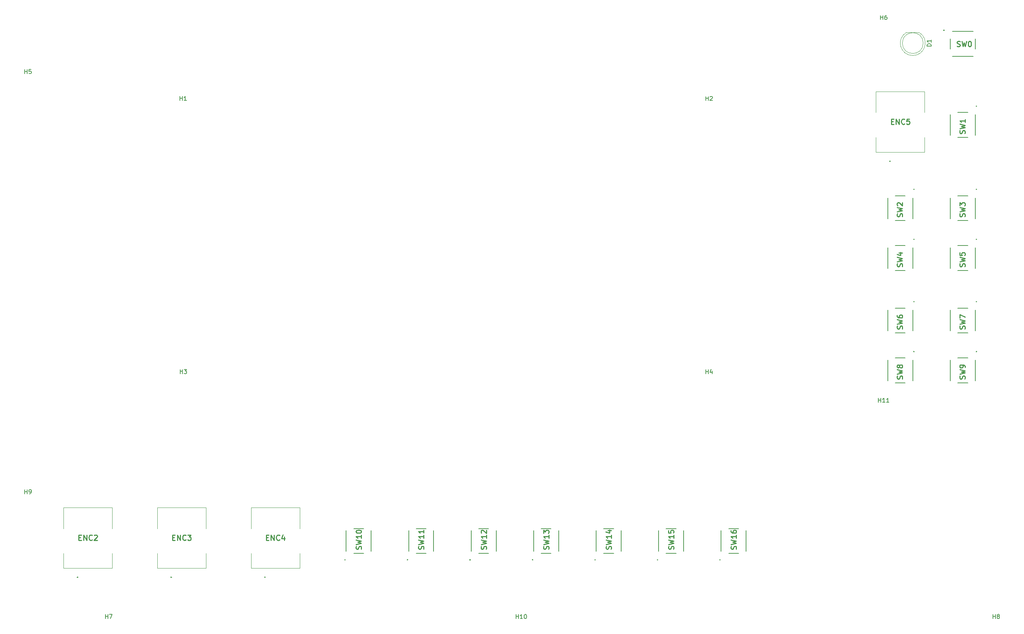
<source format=gbr>
%TF.GenerationSoftware,KiCad,Pcbnew,(5.1.6)-1*%
%TF.CreationDate,2021-02-24T01:11:11+01:00*%
%TF.ProjectId,pihpsdr Controller,70696870-7364-4722-9043-6f6e74726f6c,rev?*%
%TF.SameCoordinates,Original*%
%TF.FileFunction,Legend,Top*%
%TF.FilePolarity,Positive*%
%FSLAX46Y46*%
G04 Gerber Fmt 4.6, Leading zero omitted, Abs format (unit mm)*
G04 Created by KiCad (PCBNEW (5.1.6)-1) date 2021-02-24 01:11:11*
%MOMM*%
%LPD*%
G01*
G04 APERTURE LIST*
%ADD10C,0.200000*%
%ADD11C,0.100000*%
%ADD12C,0.120000*%
%ADD13C,0.254000*%
%ADD14C,0.150000*%
G04 APERTURE END LIST*
D10*
%TO.C,SW16*%
X196829880Y-146527000D02*
G75*
G03*
X196829880Y-146527000I-102880J0D01*
G01*
X201200000Y-145000000D02*
X198800000Y-145000000D01*
X201200000Y-139000000D02*
X198800000Y-139000000D01*
X197000000Y-139500000D02*
X197000000Y-144500000D01*
X203000000Y-139500000D02*
X203000000Y-144500000D01*
%TO.C,SW15*%
X181829880Y-146527000D02*
G75*
G03*
X181829880Y-146527000I-102880J0D01*
G01*
X186200000Y-145000000D02*
X183800000Y-145000000D01*
X186200000Y-139000000D02*
X183800000Y-139000000D01*
X182000000Y-139500000D02*
X182000000Y-144500000D01*
X188000000Y-139500000D02*
X188000000Y-144500000D01*
%TO.C,SW14*%
X166829880Y-146527000D02*
G75*
G03*
X166829880Y-146527000I-102880J0D01*
G01*
X171200000Y-145000000D02*
X168800000Y-145000000D01*
X171200000Y-139000000D02*
X168800000Y-139000000D01*
X167000000Y-139500000D02*
X167000000Y-144500000D01*
X173000000Y-139500000D02*
X173000000Y-144500000D01*
%TO.C,SW13*%
X151829880Y-146527000D02*
G75*
G03*
X151829880Y-146527000I-102880J0D01*
G01*
X156200000Y-145000000D02*
X153800000Y-145000000D01*
X156200000Y-139000000D02*
X153800000Y-139000000D01*
X152000000Y-139500000D02*
X152000000Y-144500000D01*
X158000000Y-139500000D02*
X158000000Y-144500000D01*
%TO.C,SW12*%
X136829880Y-146527000D02*
G75*
G03*
X136829880Y-146527000I-102880J0D01*
G01*
X141200000Y-145000000D02*
X138800000Y-145000000D01*
X141200000Y-139000000D02*
X138800000Y-139000000D01*
X137000000Y-139500000D02*
X137000000Y-144500000D01*
X143000000Y-139500000D02*
X143000000Y-144500000D01*
%TO.C,SW11*%
X121829880Y-146527000D02*
G75*
G03*
X121829880Y-146527000I-102880J0D01*
G01*
X126200000Y-145000000D02*
X123800000Y-145000000D01*
X126200000Y-139000000D02*
X123800000Y-139000000D01*
X122000000Y-139500000D02*
X122000000Y-144500000D01*
X128000000Y-139500000D02*
X128000000Y-144500000D01*
%TO.C,SW10*%
X106829880Y-146527000D02*
G75*
G03*
X106829880Y-146527000I-102880J0D01*
G01*
X111200000Y-145000000D02*
X108800000Y-145000000D01*
X111200000Y-139000000D02*
X108800000Y-139000000D01*
X107000000Y-139500000D02*
X107000000Y-144500000D01*
X113000000Y-139500000D02*
X113000000Y-144500000D01*
%TO.C,SW9*%
X258375880Y-96473000D02*
G75*
G03*
X258375880Y-96473000I-102880J0D01*
G01*
X253800000Y-98000000D02*
X256200000Y-98000000D01*
X253800000Y-104000000D02*
X256200000Y-104000000D01*
X258000000Y-103500000D02*
X258000000Y-98500000D01*
X252000000Y-103500000D02*
X252000000Y-98500000D01*
%TO.C,SW8*%
X243375880Y-96473000D02*
G75*
G03*
X243375880Y-96473000I-102880J0D01*
G01*
X238800000Y-98000000D02*
X241200000Y-98000000D01*
X238800000Y-104000000D02*
X241200000Y-104000000D01*
X243000000Y-103500000D02*
X243000000Y-98500000D01*
X237000000Y-103500000D02*
X237000000Y-98500000D01*
%TO.C,SW7*%
X258375880Y-84473000D02*
G75*
G03*
X258375880Y-84473000I-102880J0D01*
G01*
X253800000Y-86000000D02*
X256200000Y-86000000D01*
X253800000Y-92000000D02*
X256200000Y-92000000D01*
X258000000Y-91500000D02*
X258000000Y-86500000D01*
X252000000Y-91500000D02*
X252000000Y-86500000D01*
%TO.C,SW6*%
X243375880Y-84473000D02*
G75*
G03*
X243375880Y-84473000I-102880J0D01*
G01*
X238800000Y-86000000D02*
X241200000Y-86000000D01*
X238800000Y-92000000D02*
X241200000Y-92000000D01*
X243000000Y-91500000D02*
X243000000Y-86500000D01*
X237000000Y-91500000D02*
X237000000Y-86500000D01*
%TO.C,SW5*%
X258375880Y-69473000D02*
G75*
G03*
X258375880Y-69473000I-102880J0D01*
G01*
X253800000Y-71000000D02*
X256200000Y-71000000D01*
X253800000Y-77000000D02*
X256200000Y-77000000D01*
X258000000Y-76500000D02*
X258000000Y-71500000D01*
X252000000Y-76500000D02*
X252000000Y-71500000D01*
%TO.C,SW4*%
X243375880Y-69473000D02*
G75*
G03*
X243375880Y-69473000I-102880J0D01*
G01*
X238800000Y-71000000D02*
X241200000Y-71000000D01*
X238800000Y-77000000D02*
X241200000Y-77000000D01*
X243000000Y-76500000D02*
X243000000Y-71500000D01*
X237000000Y-76500000D02*
X237000000Y-71500000D01*
%TO.C,SW3*%
X258375880Y-57473000D02*
G75*
G03*
X258375880Y-57473000I-102880J0D01*
G01*
X253800000Y-59000000D02*
X256200000Y-59000000D01*
X253800000Y-65000000D02*
X256200000Y-65000000D01*
X258000000Y-64500000D02*
X258000000Y-59500000D01*
X252000000Y-64500000D02*
X252000000Y-59500000D01*
%TO.C,SW2*%
X243375880Y-57473000D02*
G75*
G03*
X243375880Y-57473000I-102880J0D01*
G01*
X238800000Y-59000000D02*
X241200000Y-59000000D01*
X238800000Y-65000000D02*
X241200000Y-65000000D01*
X243000000Y-64500000D02*
X243000000Y-59500000D01*
X237000000Y-64500000D02*
X237000000Y-59500000D01*
%TO.C,SW1*%
X258375880Y-37473000D02*
G75*
G03*
X258375880Y-37473000I-102880J0D01*
G01*
X253800000Y-39000000D02*
X256200000Y-39000000D01*
X253800000Y-45000000D02*
X256200000Y-45000000D01*
X258000000Y-44500000D02*
X258000000Y-39500000D01*
X252000000Y-44500000D02*
X252000000Y-39500000D01*
%TO.C,SW0*%
X250575880Y-19227000D02*
G75*
G03*
X250575880Y-19227000I-102880J0D01*
G01*
X252000000Y-23700000D02*
X252000000Y-21300000D01*
X258000000Y-23700000D02*
X258000000Y-21300000D01*
X257500000Y-19500000D02*
X252500000Y-19500000D01*
X257500000Y-25500000D02*
X252500000Y-25500000D01*
D11*
%TO.C,ENC5*%
X234150000Y-45000000D02*
X234150000Y-48500000D01*
X234150000Y-48500000D02*
X245850000Y-48500000D01*
X245850000Y-48500000D02*
X245850000Y-45000000D01*
X234150000Y-39000000D02*
X234150000Y-34000000D01*
X234150000Y-34000000D02*
X245850000Y-34000000D01*
X245850000Y-34000000D02*
X245850000Y-39000000D01*
D10*
X237400000Y-50700000D02*
X237400000Y-50700000D01*
X237600000Y-50700000D02*
X237600000Y-50700000D01*
X237400000Y-50700000D02*
G75*
G02*
X237600000Y-50700000I100000J0D01*
G01*
X237600000Y-50700000D02*
G75*
G02*
X237400000Y-50700000I-100000J0D01*
G01*
D11*
%TO.C,ENC4*%
X84150000Y-145000000D02*
X84150000Y-148500000D01*
X84150000Y-148500000D02*
X95850000Y-148500000D01*
X95850000Y-148500000D02*
X95850000Y-145000000D01*
X84150000Y-139000000D02*
X84150000Y-134000000D01*
X84150000Y-134000000D02*
X95850000Y-134000000D01*
X95850000Y-134000000D02*
X95850000Y-139000000D01*
D10*
X87400000Y-150700000D02*
X87400000Y-150700000D01*
X87600000Y-150700000D02*
X87600000Y-150700000D01*
X87400000Y-150700000D02*
G75*
G02*
X87600000Y-150700000I100000J0D01*
G01*
X87600000Y-150700000D02*
G75*
G02*
X87400000Y-150700000I-100000J0D01*
G01*
D11*
%TO.C,ENC3*%
X61650000Y-145000000D02*
X61650000Y-148500000D01*
X61650000Y-148500000D02*
X73350000Y-148500000D01*
X73350000Y-148500000D02*
X73350000Y-145000000D01*
X61650000Y-139000000D02*
X61650000Y-134000000D01*
X61650000Y-134000000D02*
X73350000Y-134000000D01*
X73350000Y-134000000D02*
X73350000Y-139000000D01*
D10*
X64900000Y-150700000D02*
X64900000Y-150700000D01*
X65100000Y-150700000D02*
X65100000Y-150700000D01*
X64900000Y-150700000D02*
G75*
G02*
X65100000Y-150700000I100000J0D01*
G01*
X65100000Y-150700000D02*
G75*
G02*
X64900000Y-150700000I-100000J0D01*
G01*
D11*
%TO.C,ENC2*%
X39150000Y-145000000D02*
X39150000Y-148500000D01*
X39150000Y-148500000D02*
X50850000Y-148500000D01*
X50850000Y-148500000D02*
X50850000Y-145000000D01*
X39150000Y-139000000D02*
X39150000Y-134000000D01*
X39150000Y-134000000D02*
X50850000Y-134000000D01*
X50850000Y-134000000D02*
X50850000Y-139000000D01*
D10*
X42400000Y-150700000D02*
X42400000Y-150700000D01*
X42600000Y-150700000D02*
X42600000Y-150700000D01*
X42400000Y-150700000D02*
G75*
G02*
X42600000Y-150700000I100000J0D01*
G01*
X42600000Y-150700000D02*
G75*
G02*
X42400000Y-150700000I-100000J0D01*
G01*
D12*
%TO.C,D1*%
X245500000Y-22315000D02*
G75*
G03*
X245500000Y-22315000I-2500000J0D01*
G01*
X244545000Y-19755000D02*
X241455000Y-19755000D01*
X243000462Y-25305000D02*
G75*
G02*
X241455170Y-19755000I-462J2990000D01*
G01*
X242999538Y-25305000D02*
G75*
G03*
X244544830Y-19755000I462J2990000D01*
G01*
%TO.C,SW16*%
D13*
X200569047Y-143968095D02*
X200629523Y-143786666D01*
X200629523Y-143484285D01*
X200569047Y-143363333D01*
X200508571Y-143302857D01*
X200387619Y-143242380D01*
X200266666Y-143242380D01*
X200145714Y-143302857D01*
X200085238Y-143363333D01*
X200024761Y-143484285D01*
X199964285Y-143726190D01*
X199903809Y-143847142D01*
X199843333Y-143907619D01*
X199722380Y-143968095D01*
X199601428Y-143968095D01*
X199480476Y-143907619D01*
X199420000Y-143847142D01*
X199359523Y-143726190D01*
X199359523Y-143423809D01*
X199420000Y-143242380D01*
X199359523Y-142819047D02*
X200629523Y-142516666D01*
X199722380Y-142274761D01*
X200629523Y-142032857D01*
X199359523Y-141730476D01*
X200629523Y-140581428D02*
X200629523Y-141307142D01*
X200629523Y-140944285D02*
X199359523Y-140944285D01*
X199540952Y-141065238D01*
X199661904Y-141186190D01*
X199722380Y-141307142D01*
X199359523Y-139492857D02*
X199359523Y-139734761D01*
X199420000Y-139855714D01*
X199480476Y-139916190D01*
X199661904Y-140037142D01*
X199903809Y-140097619D01*
X200387619Y-140097619D01*
X200508571Y-140037142D01*
X200569047Y-139976666D01*
X200629523Y-139855714D01*
X200629523Y-139613809D01*
X200569047Y-139492857D01*
X200508571Y-139432380D01*
X200387619Y-139371904D01*
X200085238Y-139371904D01*
X199964285Y-139432380D01*
X199903809Y-139492857D01*
X199843333Y-139613809D01*
X199843333Y-139855714D01*
X199903809Y-139976666D01*
X199964285Y-140037142D01*
X200085238Y-140097619D01*
%TO.C,SW15*%
X185569047Y-143968095D02*
X185629523Y-143786666D01*
X185629523Y-143484285D01*
X185569047Y-143363333D01*
X185508571Y-143302857D01*
X185387619Y-143242380D01*
X185266666Y-143242380D01*
X185145714Y-143302857D01*
X185085238Y-143363333D01*
X185024761Y-143484285D01*
X184964285Y-143726190D01*
X184903809Y-143847142D01*
X184843333Y-143907619D01*
X184722380Y-143968095D01*
X184601428Y-143968095D01*
X184480476Y-143907619D01*
X184420000Y-143847142D01*
X184359523Y-143726190D01*
X184359523Y-143423809D01*
X184420000Y-143242380D01*
X184359523Y-142819047D02*
X185629523Y-142516666D01*
X184722380Y-142274761D01*
X185629523Y-142032857D01*
X184359523Y-141730476D01*
X185629523Y-140581428D02*
X185629523Y-141307142D01*
X185629523Y-140944285D02*
X184359523Y-140944285D01*
X184540952Y-141065238D01*
X184661904Y-141186190D01*
X184722380Y-141307142D01*
X184359523Y-139432380D02*
X184359523Y-140037142D01*
X184964285Y-140097619D01*
X184903809Y-140037142D01*
X184843333Y-139916190D01*
X184843333Y-139613809D01*
X184903809Y-139492857D01*
X184964285Y-139432380D01*
X185085238Y-139371904D01*
X185387619Y-139371904D01*
X185508571Y-139432380D01*
X185569047Y-139492857D01*
X185629523Y-139613809D01*
X185629523Y-139916190D01*
X185569047Y-140037142D01*
X185508571Y-140097619D01*
%TO.C,SW14*%
X170569047Y-143968095D02*
X170629523Y-143786666D01*
X170629523Y-143484285D01*
X170569047Y-143363333D01*
X170508571Y-143302857D01*
X170387619Y-143242380D01*
X170266666Y-143242380D01*
X170145714Y-143302857D01*
X170085238Y-143363333D01*
X170024761Y-143484285D01*
X169964285Y-143726190D01*
X169903809Y-143847142D01*
X169843333Y-143907619D01*
X169722380Y-143968095D01*
X169601428Y-143968095D01*
X169480476Y-143907619D01*
X169420000Y-143847142D01*
X169359523Y-143726190D01*
X169359523Y-143423809D01*
X169420000Y-143242380D01*
X169359523Y-142819047D02*
X170629523Y-142516666D01*
X169722380Y-142274761D01*
X170629523Y-142032857D01*
X169359523Y-141730476D01*
X170629523Y-140581428D02*
X170629523Y-141307142D01*
X170629523Y-140944285D02*
X169359523Y-140944285D01*
X169540952Y-141065238D01*
X169661904Y-141186190D01*
X169722380Y-141307142D01*
X169782857Y-139492857D02*
X170629523Y-139492857D01*
X169299047Y-139795238D02*
X170206190Y-140097619D01*
X170206190Y-139311428D01*
%TO.C,SW13*%
X155569047Y-143968095D02*
X155629523Y-143786666D01*
X155629523Y-143484285D01*
X155569047Y-143363333D01*
X155508571Y-143302857D01*
X155387619Y-143242380D01*
X155266666Y-143242380D01*
X155145714Y-143302857D01*
X155085238Y-143363333D01*
X155024761Y-143484285D01*
X154964285Y-143726190D01*
X154903809Y-143847142D01*
X154843333Y-143907619D01*
X154722380Y-143968095D01*
X154601428Y-143968095D01*
X154480476Y-143907619D01*
X154420000Y-143847142D01*
X154359523Y-143726190D01*
X154359523Y-143423809D01*
X154420000Y-143242380D01*
X154359523Y-142819047D02*
X155629523Y-142516666D01*
X154722380Y-142274761D01*
X155629523Y-142032857D01*
X154359523Y-141730476D01*
X155629523Y-140581428D02*
X155629523Y-141307142D01*
X155629523Y-140944285D02*
X154359523Y-140944285D01*
X154540952Y-141065238D01*
X154661904Y-141186190D01*
X154722380Y-141307142D01*
X154359523Y-140158095D02*
X154359523Y-139371904D01*
X154843333Y-139795238D01*
X154843333Y-139613809D01*
X154903809Y-139492857D01*
X154964285Y-139432380D01*
X155085238Y-139371904D01*
X155387619Y-139371904D01*
X155508571Y-139432380D01*
X155569047Y-139492857D01*
X155629523Y-139613809D01*
X155629523Y-139976666D01*
X155569047Y-140097619D01*
X155508571Y-140158095D01*
%TO.C,SW12*%
X140569047Y-143968095D02*
X140629523Y-143786666D01*
X140629523Y-143484285D01*
X140569047Y-143363333D01*
X140508571Y-143302857D01*
X140387619Y-143242380D01*
X140266666Y-143242380D01*
X140145714Y-143302857D01*
X140085238Y-143363333D01*
X140024761Y-143484285D01*
X139964285Y-143726190D01*
X139903809Y-143847142D01*
X139843333Y-143907619D01*
X139722380Y-143968095D01*
X139601428Y-143968095D01*
X139480476Y-143907619D01*
X139420000Y-143847142D01*
X139359523Y-143726190D01*
X139359523Y-143423809D01*
X139420000Y-143242380D01*
X139359523Y-142819047D02*
X140629523Y-142516666D01*
X139722380Y-142274761D01*
X140629523Y-142032857D01*
X139359523Y-141730476D01*
X140629523Y-140581428D02*
X140629523Y-141307142D01*
X140629523Y-140944285D02*
X139359523Y-140944285D01*
X139540952Y-141065238D01*
X139661904Y-141186190D01*
X139722380Y-141307142D01*
X139480476Y-140097619D02*
X139420000Y-140037142D01*
X139359523Y-139916190D01*
X139359523Y-139613809D01*
X139420000Y-139492857D01*
X139480476Y-139432380D01*
X139601428Y-139371904D01*
X139722380Y-139371904D01*
X139903809Y-139432380D01*
X140629523Y-140158095D01*
X140629523Y-139371904D01*
%TO.C,SW11*%
X125569047Y-143968095D02*
X125629523Y-143786666D01*
X125629523Y-143484285D01*
X125569047Y-143363333D01*
X125508571Y-143302857D01*
X125387619Y-143242380D01*
X125266666Y-143242380D01*
X125145714Y-143302857D01*
X125085238Y-143363333D01*
X125024761Y-143484285D01*
X124964285Y-143726190D01*
X124903809Y-143847142D01*
X124843333Y-143907619D01*
X124722380Y-143968095D01*
X124601428Y-143968095D01*
X124480476Y-143907619D01*
X124420000Y-143847142D01*
X124359523Y-143726190D01*
X124359523Y-143423809D01*
X124420000Y-143242380D01*
X124359523Y-142819047D02*
X125629523Y-142516666D01*
X124722380Y-142274761D01*
X125629523Y-142032857D01*
X124359523Y-141730476D01*
X125629523Y-140581428D02*
X125629523Y-141307142D01*
X125629523Y-140944285D02*
X124359523Y-140944285D01*
X124540952Y-141065238D01*
X124661904Y-141186190D01*
X124722380Y-141307142D01*
X125629523Y-139371904D02*
X125629523Y-140097619D01*
X125629523Y-139734761D02*
X124359523Y-139734761D01*
X124540952Y-139855714D01*
X124661904Y-139976666D01*
X124722380Y-140097619D01*
%TO.C,SW10*%
X110569047Y-143968095D02*
X110629523Y-143786666D01*
X110629523Y-143484285D01*
X110569047Y-143363333D01*
X110508571Y-143302857D01*
X110387619Y-143242380D01*
X110266666Y-143242380D01*
X110145714Y-143302857D01*
X110085238Y-143363333D01*
X110024761Y-143484285D01*
X109964285Y-143726190D01*
X109903809Y-143847142D01*
X109843333Y-143907619D01*
X109722380Y-143968095D01*
X109601428Y-143968095D01*
X109480476Y-143907619D01*
X109420000Y-143847142D01*
X109359523Y-143726190D01*
X109359523Y-143423809D01*
X109420000Y-143242380D01*
X109359523Y-142819047D02*
X110629523Y-142516666D01*
X109722380Y-142274761D01*
X110629523Y-142032857D01*
X109359523Y-141730476D01*
X110629523Y-140581428D02*
X110629523Y-141307142D01*
X110629523Y-140944285D02*
X109359523Y-140944285D01*
X109540952Y-141065238D01*
X109661904Y-141186190D01*
X109722380Y-141307142D01*
X109359523Y-139795238D02*
X109359523Y-139674285D01*
X109420000Y-139553333D01*
X109480476Y-139492857D01*
X109601428Y-139432380D01*
X109843333Y-139371904D01*
X110145714Y-139371904D01*
X110387619Y-139432380D01*
X110508571Y-139492857D01*
X110569047Y-139553333D01*
X110629523Y-139674285D01*
X110629523Y-139795238D01*
X110569047Y-139916190D01*
X110508571Y-139976666D01*
X110387619Y-140037142D01*
X110145714Y-140097619D01*
X109843333Y-140097619D01*
X109601428Y-140037142D01*
X109480476Y-139976666D01*
X109420000Y-139916190D01*
X109359523Y-139795238D01*
%TO.C,SW9*%
X255459047Y-103023333D02*
X255519523Y-102841904D01*
X255519523Y-102539523D01*
X255459047Y-102418571D01*
X255398571Y-102358095D01*
X255277619Y-102297619D01*
X255156666Y-102297619D01*
X255035714Y-102358095D01*
X254975238Y-102418571D01*
X254914761Y-102539523D01*
X254854285Y-102781428D01*
X254793809Y-102902380D01*
X254733333Y-102962857D01*
X254612380Y-103023333D01*
X254491428Y-103023333D01*
X254370476Y-102962857D01*
X254310000Y-102902380D01*
X254249523Y-102781428D01*
X254249523Y-102479047D01*
X254310000Y-102297619D01*
X254249523Y-101874285D02*
X255519523Y-101571904D01*
X254612380Y-101330000D01*
X255519523Y-101088095D01*
X254249523Y-100785714D01*
X255519523Y-100241428D02*
X255519523Y-99999523D01*
X255459047Y-99878571D01*
X255398571Y-99818095D01*
X255217142Y-99697142D01*
X254975238Y-99636666D01*
X254491428Y-99636666D01*
X254370476Y-99697142D01*
X254310000Y-99757619D01*
X254249523Y-99878571D01*
X254249523Y-100120476D01*
X254310000Y-100241428D01*
X254370476Y-100301904D01*
X254491428Y-100362380D01*
X254793809Y-100362380D01*
X254914761Y-100301904D01*
X254975238Y-100241428D01*
X255035714Y-100120476D01*
X255035714Y-99878571D01*
X254975238Y-99757619D01*
X254914761Y-99697142D01*
X254793809Y-99636666D01*
%TO.C,SW8*%
X240459047Y-103023333D02*
X240519523Y-102841904D01*
X240519523Y-102539523D01*
X240459047Y-102418571D01*
X240398571Y-102358095D01*
X240277619Y-102297619D01*
X240156666Y-102297619D01*
X240035714Y-102358095D01*
X239975238Y-102418571D01*
X239914761Y-102539523D01*
X239854285Y-102781428D01*
X239793809Y-102902380D01*
X239733333Y-102962857D01*
X239612380Y-103023333D01*
X239491428Y-103023333D01*
X239370476Y-102962857D01*
X239310000Y-102902380D01*
X239249523Y-102781428D01*
X239249523Y-102479047D01*
X239310000Y-102297619D01*
X239249523Y-101874285D02*
X240519523Y-101571904D01*
X239612380Y-101330000D01*
X240519523Y-101088095D01*
X239249523Y-100785714D01*
X239793809Y-100120476D02*
X239733333Y-100241428D01*
X239672857Y-100301904D01*
X239551904Y-100362380D01*
X239491428Y-100362380D01*
X239370476Y-100301904D01*
X239310000Y-100241428D01*
X239249523Y-100120476D01*
X239249523Y-99878571D01*
X239310000Y-99757619D01*
X239370476Y-99697142D01*
X239491428Y-99636666D01*
X239551904Y-99636666D01*
X239672857Y-99697142D01*
X239733333Y-99757619D01*
X239793809Y-99878571D01*
X239793809Y-100120476D01*
X239854285Y-100241428D01*
X239914761Y-100301904D01*
X240035714Y-100362380D01*
X240277619Y-100362380D01*
X240398571Y-100301904D01*
X240459047Y-100241428D01*
X240519523Y-100120476D01*
X240519523Y-99878571D01*
X240459047Y-99757619D01*
X240398571Y-99697142D01*
X240277619Y-99636666D01*
X240035714Y-99636666D01*
X239914761Y-99697142D01*
X239854285Y-99757619D01*
X239793809Y-99878571D01*
%TO.C,SW7*%
X255459047Y-91023333D02*
X255519523Y-90841904D01*
X255519523Y-90539523D01*
X255459047Y-90418571D01*
X255398571Y-90358095D01*
X255277619Y-90297619D01*
X255156666Y-90297619D01*
X255035714Y-90358095D01*
X254975238Y-90418571D01*
X254914761Y-90539523D01*
X254854285Y-90781428D01*
X254793809Y-90902380D01*
X254733333Y-90962857D01*
X254612380Y-91023333D01*
X254491428Y-91023333D01*
X254370476Y-90962857D01*
X254310000Y-90902380D01*
X254249523Y-90781428D01*
X254249523Y-90479047D01*
X254310000Y-90297619D01*
X254249523Y-89874285D02*
X255519523Y-89571904D01*
X254612380Y-89330000D01*
X255519523Y-89088095D01*
X254249523Y-88785714D01*
X254249523Y-88422857D02*
X254249523Y-87576190D01*
X255519523Y-88120476D01*
%TO.C,SW6*%
X240459047Y-91023333D02*
X240519523Y-90841904D01*
X240519523Y-90539523D01*
X240459047Y-90418571D01*
X240398571Y-90358095D01*
X240277619Y-90297619D01*
X240156666Y-90297619D01*
X240035714Y-90358095D01*
X239975238Y-90418571D01*
X239914761Y-90539523D01*
X239854285Y-90781428D01*
X239793809Y-90902380D01*
X239733333Y-90962857D01*
X239612380Y-91023333D01*
X239491428Y-91023333D01*
X239370476Y-90962857D01*
X239310000Y-90902380D01*
X239249523Y-90781428D01*
X239249523Y-90479047D01*
X239310000Y-90297619D01*
X239249523Y-89874285D02*
X240519523Y-89571904D01*
X239612380Y-89330000D01*
X240519523Y-89088095D01*
X239249523Y-88785714D01*
X239249523Y-87757619D02*
X239249523Y-87999523D01*
X239310000Y-88120476D01*
X239370476Y-88180952D01*
X239551904Y-88301904D01*
X239793809Y-88362380D01*
X240277619Y-88362380D01*
X240398571Y-88301904D01*
X240459047Y-88241428D01*
X240519523Y-88120476D01*
X240519523Y-87878571D01*
X240459047Y-87757619D01*
X240398571Y-87697142D01*
X240277619Y-87636666D01*
X239975238Y-87636666D01*
X239854285Y-87697142D01*
X239793809Y-87757619D01*
X239733333Y-87878571D01*
X239733333Y-88120476D01*
X239793809Y-88241428D01*
X239854285Y-88301904D01*
X239975238Y-88362380D01*
%TO.C,SW5*%
X255459047Y-76023333D02*
X255519523Y-75841904D01*
X255519523Y-75539523D01*
X255459047Y-75418571D01*
X255398571Y-75358095D01*
X255277619Y-75297619D01*
X255156666Y-75297619D01*
X255035714Y-75358095D01*
X254975238Y-75418571D01*
X254914761Y-75539523D01*
X254854285Y-75781428D01*
X254793809Y-75902380D01*
X254733333Y-75962857D01*
X254612380Y-76023333D01*
X254491428Y-76023333D01*
X254370476Y-75962857D01*
X254310000Y-75902380D01*
X254249523Y-75781428D01*
X254249523Y-75479047D01*
X254310000Y-75297619D01*
X254249523Y-74874285D02*
X255519523Y-74571904D01*
X254612380Y-74330000D01*
X255519523Y-74088095D01*
X254249523Y-73785714D01*
X254249523Y-72697142D02*
X254249523Y-73301904D01*
X254854285Y-73362380D01*
X254793809Y-73301904D01*
X254733333Y-73180952D01*
X254733333Y-72878571D01*
X254793809Y-72757619D01*
X254854285Y-72697142D01*
X254975238Y-72636666D01*
X255277619Y-72636666D01*
X255398571Y-72697142D01*
X255459047Y-72757619D01*
X255519523Y-72878571D01*
X255519523Y-73180952D01*
X255459047Y-73301904D01*
X255398571Y-73362380D01*
%TO.C,SW4*%
X240459047Y-76023333D02*
X240519523Y-75841904D01*
X240519523Y-75539523D01*
X240459047Y-75418571D01*
X240398571Y-75358095D01*
X240277619Y-75297619D01*
X240156666Y-75297619D01*
X240035714Y-75358095D01*
X239975238Y-75418571D01*
X239914761Y-75539523D01*
X239854285Y-75781428D01*
X239793809Y-75902380D01*
X239733333Y-75962857D01*
X239612380Y-76023333D01*
X239491428Y-76023333D01*
X239370476Y-75962857D01*
X239310000Y-75902380D01*
X239249523Y-75781428D01*
X239249523Y-75479047D01*
X239310000Y-75297619D01*
X239249523Y-74874285D02*
X240519523Y-74571904D01*
X239612380Y-74330000D01*
X240519523Y-74088095D01*
X239249523Y-73785714D01*
X239672857Y-72757619D02*
X240519523Y-72757619D01*
X239189047Y-73060000D02*
X240096190Y-73362380D01*
X240096190Y-72576190D01*
%TO.C,SW3*%
X255459047Y-64023333D02*
X255519523Y-63841904D01*
X255519523Y-63539523D01*
X255459047Y-63418571D01*
X255398571Y-63358095D01*
X255277619Y-63297619D01*
X255156666Y-63297619D01*
X255035714Y-63358095D01*
X254975238Y-63418571D01*
X254914761Y-63539523D01*
X254854285Y-63781428D01*
X254793809Y-63902380D01*
X254733333Y-63962857D01*
X254612380Y-64023333D01*
X254491428Y-64023333D01*
X254370476Y-63962857D01*
X254310000Y-63902380D01*
X254249523Y-63781428D01*
X254249523Y-63479047D01*
X254310000Y-63297619D01*
X254249523Y-62874285D02*
X255519523Y-62571904D01*
X254612380Y-62330000D01*
X255519523Y-62088095D01*
X254249523Y-61785714D01*
X254249523Y-61422857D02*
X254249523Y-60636666D01*
X254733333Y-61060000D01*
X254733333Y-60878571D01*
X254793809Y-60757619D01*
X254854285Y-60697142D01*
X254975238Y-60636666D01*
X255277619Y-60636666D01*
X255398571Y-60697142D01*
X255459047Y-60757619D01*
X255519523Y-60878571D01*
X255519523Y-61241428D01*
X255459047Y-61362380D01*
X255398571Y-61422857D01*
%TO.C,SW2*%
X240459047Y-64023333D02*
X240519523Y-63841904D01*
X240519523Y-63539523D01*
X240459047Y-63418571D01*
X240398571Y-63358095D01*
X240277619Y-63297619D01*
X240156666Y-63297619D01*
X240035714Y-63358095D01*
X239975238Y-63418571D01*
X239914761Y-63539523D01*
X239854285Y-63781428D01*
X239793809Y-63902380D01*
X239733333Y-63962857D01*
X239612380Y-64023333D01*
X239491428Y-64023333D01*
X239370476Y-63962857D01*
X239310000Y-63902380D01*
X239249523Y-63781428D01*
X239249523Y-63479047D01*
X239310000Y-63297619D01*
X239249523Y-62874285D02*
X240519523Y-62571904D01*
X239612380Y-62330000D01*
X240519523Y-62088095D01*
X239249523Y-61785714D01*
X239370476Y-61362380D02*
X239310000Y-61301904D01*
X239249523Y-61180952D01*
X239249523Y-60878571D01*
X239310000Y-60757619D01*
X239370476Y-60697142D01*
X239491428Y-60636666D01*
X239612380Y-60636666D01*
X239793809Y-60697142D01*
X240519523Y-61422857D01*
X240519523Y-60636666D01*
%TO.C,SW1*%
X255459047Y-44023333D02*
X255519523Y-43841904D01*
X255519523Y-43539523D01*
X255459047Y-43418571D01*
X255398571Y-43358095D01*
X255277619Y-43297619D01*
X255156666Y-43297619D01*
X255035714Y-43358095D01*
X254975238Y-43418571D01*
X254914761Y-43539523D01*
X254854285Y-43781428D01*
X254793809Y-43902380D01*
X254733333Y-43962857D01*
X254612380Y-44023333D01*
X254491428Y-44023333D01*
X254370476Y-43962857D01*
X254310000Y-43902380D01*
X254249523Y-43781428D01*
X254249523Y-43479047D01*
X254310000Y-43297619D01*
X254249523Y-42874285D02*
X255519523Y-42571904D01*
X254612380Y-42330000D01*
X255519523Y-42088095D01*
X254249523Y-41785714D01*
X255519523Y-40636666D02*
X255519523Y-41362380D01*
X255519523Y-40999523D02*
X254249523Y-40999523D01*
X254430952Y-41120476D01*
X254551904Y-41241428D01*
X254612380Y-41362380D01*
%TO.C,SW0*%
X253636666Y-23069047D02*
X253818095Y-23129523D01*
X254120476Y-23129523D01*
X254241428Y-23069047D01*
X254301904Y-23008571D01*
X254362380Y-22887619D01*
X254362380Y-22766666D01*
X254301904Y-22645714D01*
X254241428Y-22585238D01*
X254120476Y-22524761D01*
X253878571Y-22464285D01*
X253757619Y-22403809D01*
X253697142Y-22343333D01*
X253636666Y-22222380D01*
X253636666Y-22101428D01*
X253697142Y-21980476D01*
X253757619Y-21920000D01*
X253878571Y-21859523D01*
X254180952Y-21859523D01*
X254362380Y-21920000D01*
X254785714Y-21859523D02*
X255088095Y-23129523D01*
X255330000Y-22222380D01*
X255571904Y-23129523D01*
X255874285Y-21859523D01*
X256600000Y-21859523D02*
X256720952Y-21859523D01*
X256841904Y-21920000D01*
X256902380Y-21980476D01*
X256962857Y-22101428D01*
X257023333Y-22343333D01*
X257023333Y-22645714D01*
X256962857Y-22887619D01*
X256902380Y-23008571D01*
X256841904Y-23069047D01*
X256720952Y-23129523D01*
X256600000Y-23129523D01*
X256479047Y-23069047D01*
X256418571Y-23008571D01*
X256358095Y-22887619D01*
X256297619Y-22645714D01*
X256297619Y-22343333D01*
X256358095Y-22101428D01*
X256418571Y-21980476D01*
X256479047Y-21920000D01*
X256600000Y-21859523D01*
%TO.C,ENC5*%
X237822857Y-41147285D02*
X238246190Y-41147285D01*
X238427619Y-41812523D02*
X237822857Y-41812523D01*
X237822857Y-40542523D01*
X238427619Y-40542523D01*
X238971904Y-41812523D02*
X238971904Y-40542523D01*
X239697619Y-41812523D01*
X239697619Y-40542523D01*
X241028095Y-41691571D02*
X240967619Y-41752047D01*
X240786190Y-41812523D01*
X240665238Y-41812523D01*
X240483809Y-41752047D01*
X240362857Y-41631095D01*
X240302380Y-41510142D01*
X240241904Y-41268238D01*
X240241904Y-41086809D01*
X240302380Y-40844904D01*
X240362857Y-40723952D01*
X240483809Y-40603000D01*
X240665238Y-40542523D01*
X240786190Y-40542523D01*
X240967619Y-40603000D01*
X241028095Y-40663476D01*
X242177142Y-40542523D02*
X241572380Y-40542523D01*
X241511904Y-41147285D01*
X241572380Y-41086809D01*
X241693333Y-41026333D01*
X241995714Y-41026333D01*
X242116666Y-41086809D01*
X242177142Y-41147285D01*
X242237619Y-41268238D01*
X242237619Y-41570619D01*
X242177142Y-41691571D01*
X242116666Y-41752047D01*
X241995714Y-41812523D01*
X241693333Y-41812523D01*
X241572380Y-41752047D01*
X241511904Y-41691571D01*
%TO.C,ENC4*%
X87822857Y-141147285D02*
X88246190Y-141147285D01*
X88427619Y-141812523D02*
X87822857Y-141812523D01*
X87822857Y-140542523D01*
X88427619Y-140542523D01*
X88971904Y-141812523D02*
X88971904Y-140542523D01*
X89697619Y-141812523D01*
X89697619Y-140542523D01*
X91028095Y-141691571D02*
X90967619Y-141752047D01*
X90786190Y-141812523D01*
X90665238Y-141812523D01*
X90483809Y-141752047D01*
X90362857Y-141631095D01*
X90302380Y-141510142D01*
X90241904Y-141268238D01*
X90241904Y-141086809D01*
X90302380Y-140844904D01*
X90362857Y-140723952D01*
X90483809Y-140603000D01*
X90665238Y-140542523D01*
X90786190Y-140542523D01*
X90967619Y-140603000D01*
X91028095Y-140663476D01*
X92116666Y-140965857D02*
X92116666Y-141812523D01*
X91814285Y-140482047D02*
X91511904Y-141389190D01*
X92298095Y-141389190D01*
%TO.C,ENC3*%
X65322857Y-141147285D02*
X65746190Y-141147285D01*
X65927619Y-141812523D02*
X65322857Y-141812523D01*
X65322857Y-140542523D01*
X65927619Y-140542523D01*
X66471904Y-141812523D02*
X66471904Y-140542523D01*
X67197619Y-141812523D01*
X67197619Y-140542523D01*
X68528095Y-141691571D02*
X68467619Y-141752047D01*
X68286190Y-141812523D01*
X68165238Y-141812523D01*
X67983809Y-141752047D01*
X67862857Y-141631095D01*
X67802380Y-141510142D01*
X67741904Y-141268238D01*
X67741904Y-141086809D01*
X67802380Y-140844904D01*
X67862857Y-140723952D01*
X67983809Y-140603000D01*
X68165238Y-140542523D01*
X68286190Y-140542523D01*
X68467619Y-140603000D01*
X68528095Y-140663476D01*
X68951428Y-140542523D02*
X69737619Y-140542523D01*
X69314285Y-141026333D01*
X69495714Y-141026333D01*
X69616666Y-141086809D01*
X69677142Y-141147285D01*
X69737619Y-141268238D01*
X69737619Y-141570619D01*
X69677142Y-141691571D01*
X69616666Y-141752047D01*
X69495714Y-141812523D01*
X69132857Y-141812523D01*
X69011904Y-141752047D01*
X68951428Y-141691571D01*
%TO.C,ENC2*%
X42822857Y-141147285D02*
X43246190Y-141147285D01*
X43427619Y-141812523D02*
X42822857Y-141812523D01*
X42822857Y-140542523D01*
X43427619Y-140542523D01*
X43971904Y-141812523D02*
X43971904Y-140542523D01*
X44697619Y-141812523D01*
X44697619Y-140542523D01*
X46028095Y-141691571D02*
X45967619Y-141752047D01*
X45786190Y-141812523D01*
X45665238Y-141812523D01*
X45483809Y-141752047D01*
X45362857Y-141631095D01*
X45302380Y-141510142D01*
X45241904Y-141268238D01*
X45241904Y-141086809D01*
X45302380Y-140844904D01*
X45362857Y-140723952D01*
X45483809Y-140603000D01*
X45665238Y-140542523D01*
X45786190Y-140542523D01*
X45967619Y-140603000D01*
X46028095Y-140663476D01*
X46511904Y-140663476D02*
X46572380Y-140603000D01*
X46693333Y-140542523D01*
X46995714Y-140542523D01*
X47116666Y-140603000D01*
X47177142Y-140663476D01*
X47237619Y-140784428D01*
X47237619Y-140905380D01*
X47177142Y-141086809D01*
X46451428Y-141812523D01*
X47237619Y-141812523D01*
%TO.C,H11*%
D14*
X234761904Y-108652380D02*
X234761904Y-107652380D01*
X234761904Y-108128571D02*
X235333333Y-108128571D01*
X235333333Y-108652380D02*
X235333333Y-107652380D01*
X236333333Y-108652380D02*
X235761904Y-108652380D01*
X236047619Y-108652380D02*
X236047619Y-107652380D01*
X235952380Y-107795238D01*
X235857142Y-107890476D01*
X235761904Y-107938095D01*
X237285714Y-108652380D02*
X236714285Y-108652380D01*
X237000000Y-108652380D02*
X237000000Y-107652380D01*
X236904761Y-107795238D01*
X236809523Y-107890476D01*
X236714285Y-107938095D01*
%TO.C,H9*%
X29838095Y-130652380D02*
X29838095Y-129652380D01*
X29838095Y-130128571D02*
X30409523Y-130128571D01*
X30409523Y-130652380D02*
X30409523Y-129652380D01*
X30933333Y-130652380D02*
X31123809Y-130652380D01*
X31219047Y-130604761D01*
X31266666Y-130557142D01*
X31361904Y-130414285D01*
X31409523Y-130223809D01*
X31409523Y-129842857D01*
X31361904Y-129747619D01*
X31314285Y-129700000D01*
X31219047Y-129652380D01*
X31028571Y-129652380D01*
X30933333Y-129700000D01*
X30885714Y-129747619D01*
X30838095Y-129842857D01*
X30838095Y-130080952D01*
X30885714Y-130176190D01*
X30933333Y-130223809D01*
X31028571Y-130271428D01*
X31219047Y-130271428D01*
X31314285Y-130223809D01*
X31361904Y-130176190D01*
X31409523Y-130080952D01*
%TO.C,H4*%
X193338095Y-101772380D02*
X193338095Y-100772380D01*
X193338095Y-101248571D02*
X193909523Y-101248571D01*
X193909523Y-101772380D02*
X193909523Y-100772380D01*
X194814285Y-101105714D02*
X194814285Y-101772380D01*
X194576190Y-100724761D02*
X194338095Y-101439047D01*
X194957142Y-101439047D01*
%TO.C,H3*%
X67138095Y-101752380D02*
X67138095Y-100752380D01*
X67138095Y-101228571D02*
X67709523Y-101228571D01*
X67709523Y-101752380D02*
X67709523Y-100752380D01*
X68090476Y-100752380D02*
X68709523Y-100752380D01*
X68376190Y-101133333D01*
X68519047Y-101133333D01*
X68614285Y-101180952D01*
X68661904Y-101228571D01*
X68709523Y-101323809D01*
X68709523Y-101561904D01*
X68661904Y-101657142D01*
X68614285Y-101704761D01*
X68519047Y-101752380D01*
X68233333Y-101752380D01*
X68138095Y-101704761D01*
X68090476Y-101657142D01*
%TO.C,H2*%
X193338095Y-36122380D02*
X193338095Y-35122380D01*
X193338095Y-35598571D02*
X193909523Y-35598571D01*
X193909523Y-36122380D02*
X193909523Y-35122380D01*
X194338095Y-35217619D02*
X194385714Y-35170000D01*
X194480952Y-35122380D01*
X194719047Y-35122380D01*
X194814285Y-35170000D01*
X194861904Y-35217619D01*
X194909523Y-35312857D01*
X194909523Y-35408095D01*
X194861904Y-35550952D01*
X194290476Y-36122380D01*
X194909523Y-36122380D01*
%TO.C,H1*%
X67089175Y-36110880D02*
X67089175Y-35110880D01*
X67089175Y-35587071D02*
X67660603Y-35587071D01*
X67660603Y-36110880D02*
X67660603Y-35110880D01*
X68660603Y-36110880D02*
X68089175Y-36110880D01*
X68374889Y-36110880D02*
X68374889Y-35110880D01*
X68279651Y-35253738D01*
X68184413Y-35348976D01*
X68089175Y-35396595D01*
%TO.C,H10*%
X147761904Y-160652380D02*
X147761904Y-159652380D01*
X147761904Y-160128571D02*
X148333333Y-160128571D01*
X148333333Y-160652380D02*
X148333333Y-159652380D01*
X149333333Y-160652380D02*
X148761904Y-160652380D01*
X149047619Y-160652380D02*
X149047619Y-159652380D01*
X148952380Y-159795238D01*
X148857142Y-159890476D01*
X148761904Y-159938095D01*
X149952380Y-159652380D02*
X150047619Y-159652380D01*
X150142857Y-159700000D01*
X150190476Y-159747619D01*
X150238095Y-159842857D01*
X150285714Y-160033333D01*
X150285714Y-160271428D01*
X150238095Y-160461904D01*
X150190476Y-160557142D01*
X150142857Y-160604761D01*
X150047619Y-160652380D01*
X149952380Y-160652380D01*
X149857142Y-160604761D01*
X149809523Y-160557142D01*
X149761904Y-160461904D01*
X149714285Y-160271428D01*
X149714285Y-160033333D01*
X149761904Y-159842857D01*
X149809523Y-159747619D01*
X149857142Y-159700000D01*
X149952380Y-159652380D01*
%TO.C,H8*%
X262238095Y-160652380D02*
X262238095Y-159652380D01*
X262238095Y-160128571D02*
X262809523Y-160128571D01*
X262809523Y-160652380D02*
X262809523Y-159652380D01*
X263428571Y-160080952D02*
X263333333Y-160033333D01*
X263285714Y-159985714D01*
X263238095Y-159890476D01*
X263238095Y-159842857D01*
X263285714Y-159747619D01*
X263333333Y-159700000D01*
X263428571Y-159652380D01*
X263619047Y-159652380D01*
X263714285Y-159700000D01*
X263761904Y-159747619D01*
X263809523Y-159842857D01*
X263809523Y-159890476D01*
X263761904Y-159985714D01*
X263714285Y-160033333D01*
X263619047Y-160080952D01*
X263428571Y-160080952D01*
X263333333Y-160128571D01*
X263285714Y-160176190D01*
X263238095Y-160271428D01*
X263238095Y-160461904D01*
X263285714Y-160557142D01*
X263333333Y-160604761D01*
X263428571Y-160652380D01*
X263619047Y-160652380D01*
X263714285Y-160604761D01*
X263761904Y-160557142D01*
X263809523Y-160461904D01*
X263809523Y-160271428D01*
X263761904Y-160176190D01*
X263714285Y-160128571D01*
X263619047Y-160080952D01*
%TO.C,H7*%
X49238095Y-160652380D02*
X49238095Y-159652380D01*
X49238095Y-160128571D02*
X49809523Y-160128571D01*
X49809523Y-160652380D02*
X49809523Y-159652380D01*
X50190476Y-159652380D02*
X50857142Y-159652380D01*
X50428571Y-160652380D01*
%TO.C,H6*%
X235238095Y-16652380D02*
X235238095Y-15652380D01*
X235238095Y-16128571D02*
X235809523Y-16128571D01*
X235809523Y-16652380D02*
X235809523Y-15652380D01*
X236714285Y-15652380D02*
X236523809Y-15652380D01*
X236428571Y-15700000D01*
X236380952Y-15747619D01*
X236285714Y-15890476D01*
X236238095Y-16080952D01*
X236238095Y-16461904D01*
X236285714Y-16557142D01*
X236333333Y-16604761D01*
X236428571Y-16652380D01*
X236619047Y-16652380D01*
X236714285Y-16604761D01*
X236761904Y-16557142D01*
X236809523Y-16461904D01*
X236809523Y-16223809D01*
X236761904Y-16128571D01*
X236714285Y-16080952D01*
X236619047Y-16033333D01*
X236428571Y-16033333D01*
X236333333Y-16080952D01*
X236285714Y-16128571D01*
X236238095Y-16223809D01*
%TO.C,H5*%
X29838095Y-29652380D02*
X29838095Y-28652380D01*
X29838095Y-29128571D02*
X30409523Y-29128571D01*
X30409523Y-29652380D02*
X30409523Y-28652380D01*
X31361904Y-28652380D02*
X30885714Y-28652380D01*
X30838095Y-29128571D01*
X30885714Y-29080952D01*
X30980952Y-29033333D01*
X31219047Y-29033333D01*
X31314285Y-29080952D01*
X31361904Y-29128571D01*
X31409523Y-29223809D01*
X31409523Y-29461904D01*
X31361904Y-29557142D01*
X31314285Y-29604761D01*
X31219047Y-29652380D01*
X30980952Y-29652380D01*
X30885714Y-29604761D01*
X30838095Y-29557142D01*
%TO.C,D1*%
X247412380Y-23053095D02*
X246412380Y-23053095D01*
X246412380Y-22815000D01*
X246460000Y-22672142D01*
X246555238Y-22576904D01*
X246650476Y-22529285D01*
X246840952Y-22481666D01*
X246983809Y-22481666D01*
X247174285Y-22529285D01*
X247269523Y-22576904D01*
X247364761Y-22672142D01*
X247412380Y-22815000D01*
X247412380Y-23053095D01*
X247412380Y-21529285D02*
X247412380Y-22100714D01*
X247412380Y-21815000D02*
X246412380Y-21815000D01*
X246555238Y-21910238D01*
X246650476Y-22005476D01*
X246698095Y-22100714D01*
%TD*%
M02*

</source>
